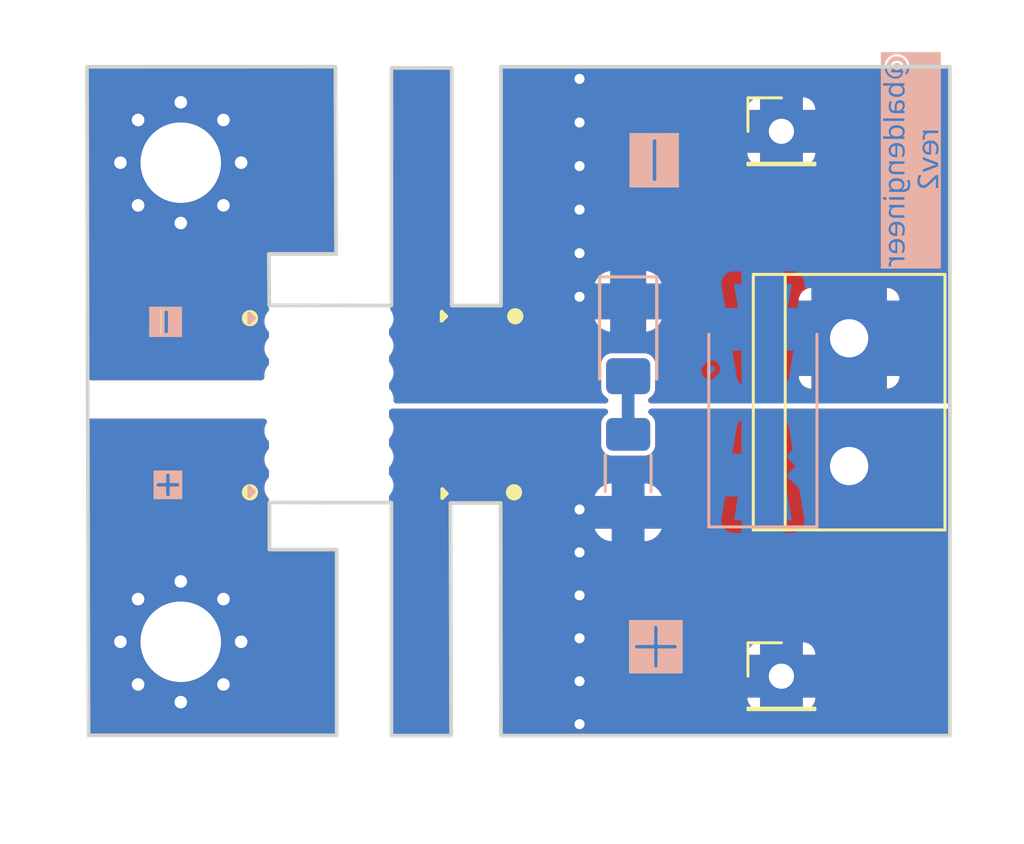
<source format=kicad_pcb>
(kicad_pcb (version 20240108) (generator "pcbnew") (generator_version "8.0")
  (title_block (title "Banana to Screw Terminal") (date "2024-04-06") (rev "2") (company "@baldengineer"))
  (layers (0 "F.Cu" signal) (31 "B.Cu" signal) (34 "B.Paste" user) (35 "F.Paste" user) (36 "B.SilkS" user "B.Silkscreen") (37 "F.SilkS" user "F.Silkscreen") (38 "B.Mask" user) (39 "F.Mask" user) (44 "Edge.Cuts" user))
  (net 0 "")
  (net 1 "GND")
  (net 2 "/Positive")
  (net 3 "Net-(D1-A)")
  (net 4 "Net-(D2-A)")
  (footprint "" (layer "F.Cu") (at 136.89 96.122884)
    (property "Reference" "" (at 0 0 0) (layer "F.SilkS") (effects (font (size 1.27 1.27))))
    (property "Value" "" (at 0 0 0) (layer "F.SilkS") (effects (font (size 1.27 1.27))))
    (pad "" np_thru_hole circle (at 0 0) (size 0.635 0.635) (drill 0.635) (layers "F&B.Cu" "*.Mask"))
  )
  (footprint "My Libraries:25mil_Hole" (layer "F.Cu") (at 133.018494 99.55)
    (property "Reference" "REF**" (hide yes))
    (property "Value" "25mil_Hole")
    (pad "" np_thru_hole circle (at -0.127 -0.2032) (size 0.635 0.635) (drill 0.635) (layers "F&B.Cu" "*.Mask"))
  )
  (footprint "Connector_PinHeader_2.54mm:PinHeader_1x01_P2.54mm_Vertical" (layer "F.Cu") (at 152.8826 88.6714)
    (property "Reference" "J3" (hide yes))
    (property "Value" "Negative")
    (fp_line (start -1.33 -1.33) (end 0 -1.33) (stroke (width 0.12)) (layer "F.SilkS"))
    (fp_line (start -1.33 0) (end -1.33 -1.33) (stroke (width 0.12)) (layer "F.SilkS"))
    (fp_line (start -1.33 1.27) (end -1.33 1.33) (stroke (width 0.12)) (layer "F.SilkS"))
    (fp_line (start -1.33 1.27) (end 1.33 1.27) (stroke (width 0.12)) (layer "F.SilkS"))
    (fp_line (start -1.33 1.33) (end 1.33 1.33) (stroke (width 0.12)) (layer "F.SilkS"))
    (fp_line (start 1.33 1.27) (end 1.33 1.33) (stroke (width 0.12)) (layer "F.SilkS"))
    (pad "1" thru_hole rect (at 0 0) (size 1.7 1.7) (drill 1) (layers "*.Cu" "*.Mask") (net 1 "GND"))
  )
  (footprint "My Libraries:25mil_Hole" (layer "F.Cu") (at 133.018494 103.056308)
    (property "Reference" "REF**" (hide yes))
    (property "Value" "25mil_Hole")
    (pad "" np_thru_hole circle (at -0.127 -0.2032) (size 0.635 0.635) (drill 0.635) (layers "F&B.Cu" "*.Mask"))
  )
  (footprint "MountingHole:MountingHole_3.2mm_M3_Pad_Via" (layer "F.Cu") (at 129.000138 108.96825)
    (property "Reference" "H1" (hide yes))
    (property "Value" "Positive")
    (pad "1" thru_hole circle (at -2.4 0) (size 0.8 0.8) (drill 0.5) (layers "*.Cu" "*.Mask") (net 2 "/Positive"))
    (pad "1" thru_hole circle (at -1.697056 -1.697056) (size 0.8 0.8) (drill 0.5) (layers "*.Cu" "*.Mask") (net 2 "/Positive"))
    (pad "1" thru_hole circle (at -1.697056 1.697056) (size 0.8 0.8) (drill 0.5) (layers "*.Cu" "*.Mask") (net 2 "/Positive"))
    (pad "1" thru_hole circle (at 0 -2.4) (size 0.8 0.8) (drill 0.5) (layers "*.Cu" "*.Mask") (net 2 "/Positive"))
    (pad "1" thru_hole circle (at 0 0) (size 6.4 6.4) (drill 3.2) (layers "*.Cu" "*.Mask") (net 2 "/Positive"))
    (pad "1" thru_hole circle (at 0 2.4) (size 0.8 0.8) (drill 0.5) (layers "*.Cu" "*.Mask") (net 2 "/Positive"))
    (pad "1" thru_hole circle (at 1.697056 -1.697056) (size 0.8 0.8) (drill 0.5) (layers "*.Cu" "*.Mask") (net 2 "/Positive"))
    (pad "1" thru_hole circle (at 1.697056 1.697056) (size 0.8 0.8) (drill 0.5) (layers "*.Cu" "*.Mask") (net 2 "/Positive"))
    (pad "1" thru_hole circle (at 2.4 0) (size 0.8 0.8) (drill 0.5) (layers "*.Cu" "*.Mask") (net 2 "/Positive"))
  )
  (footprint "My Libraries:25mil_Hole" (layer "F.Cu") (at 133.018494 96.43124)
    (property "Reference" "REF**" (hide yes))
    (property "Value" "25mil_Hole")
    (pad "" np_thru_hole circle (at -0.127 -0.2032) (size 0.635 0.635) (drill 0.635) (layers "F&B.Cu" "*.Mask"))
  )
  (footprint "My Libraries:25mil_Hole" (layer "F.Cu") (at 128.427 99.4932)
    (property "Reference" "REF**" (hide yes))
    (property "Value" "25mil_Hole")
    (pad "" np_thru_hole circle (at -0.127 -0.2032) (size 0.635 0.635) (drill 0.635) (layers "F&B.Cu" "*.Mask"))
  )
  (footprint "My Libraries:25mil_Hole" (layer "F.Cu") (at 127.265494 99.4932)
    (property "Reference" "REF**" (hide yes))
    (property "Value" "25mil_Hole")
    (pad "" np_thru_hole circle (at -0.127 -0.2032) (size 0.635 0.635) (drill 0.635) (layers "F&B.Cu" "*.Mask"))
  )
  (footprint "My Libraries:25mil_Hole" (layer "F.Cu") (at 129.588506 99.4932)
    (property "Reference" "REF**" (hide yes))
    (property "Value" "25mil_Hole")
    (pad "" np_thru_hole circle (at -0.127 -0.2032) (size 0.635 0.635) (drill 0.635) (layers "F&B.Cu" "*.Mask"))
  )
  (footprint "Connector_PinHeader_2.54mm:PinHeader_1x01_P2.54mm_Vertical" (layer "F.Cu") (at 152.8826 110.3376)
    (property "Reference" "J2" (hide yes))
    (property "Value" "Positive")
    (fp_line (start -1.33 -1.33) (end 0 -1.33) (stroke (width 0.12)) (layer "F.SilkS"))
    (fp_line (start -1.33 0) (end -1.33 -1.33) (stroke (width 0.12)) (layer "F.SilkS"))
    (fp_line (start -1.33 1.27) (end -1.33 1.33) (stroke (width 0.12)) (layer "F.SilkS"))
    (fp_line (start -1.33 1.27) (end 1.33 1.27) (stroke (width 0.12)) (layer "F.SilkS"))
    (fp_line (start -1.33 1.33) (end 1.33 1.33) (stroke (width 0.12)) (layer "F.SilkS"))
    (fp_line (start 1.33 1.27) (end 1.33 1.33) (stroke (width 0.12)) (layer "F.SilkS"))
    (pad "1" thru_hole rect (at 0 0) (size 1.7 1.7) (drill 1) (layers "*.Cu" "*.Mask") (net 2 "/Positive"))
  )
  (footprint "My Libraries:25mil_Hole" (layer "F.Cu") (at 130.750012 99.4932)
    (property "Reference" "REF**" (hide yes))
    (property "Value" "25mil_Hole")
    (pad "" np_thru_hole circle (at -0.127 -0.2032) (size 0.635 0.635) (drill 0.635) (layers "F&B.Cu" "*.Mask"))
  )
  (footprint "Resistor_SMD:R_1206_3216Metric_Pad1.30x1.75mm_HandSolder" (layer "F.Cu") (at 146.79 102.27 90)
    (property "Reference" "R1" (hide yes))
    (property "Value" "1k")
    (fp_line (start -0.727064 -0.91) (end 0.727064 -0.91) (stroke (width 0.12)) (layer "F.SilkS"))
    (fp_line (start -0.727064 0.91) (end 0.727064 0.91) (stroke (width 0.12)) (layer "F.SilkS"))
    (pad "1" smd roundrect (at -1.55 0 90) (size 1.3 1.75) (layers "F.Cu" "F.Paste" "F.Mask") (roundrect_rratio 0.192308) (net 2 "/Positive"))
    (pad "2" smd roundrect (at 1.55 0 90) (size 1.3 1.75) (layers "F.Cu" "F.Paste" "F.Mask") (roundrect_rratio 0.192308) (net 3 "Net-(D1-A)"))
  )
  (footprint "My Libraries:25mil_Hole" (layer "F.Cu") (at 133.018494 100.783356)
    (property "Reference" "REF**" (hide yes))
    (property "Value" "25mil_Hole")
    (pad "" np_thru_hole circle (at -0.127 -0.2032) (size 0.635 0.635) (drill 0.635) (layers "F&B.Cu" "*.Mask"))
  )
  (footprint "My Libraries:25mil_Hole" (layer "F.Cu") (at 131.911518 99.4932)
    (property "Reference" "REF**" (hide yes))
    (property "Value" "25mil_Hole")
    (pad "" np_thru_hole circle (at -0.127 -0.2032) (size 0.635 0.635) (drill 0.635) (layers "F&B.Cu" "*.Mask"))
  )
  (footprint "" (layer "F.Cu") (at 136.89 102.747952)
    (property "Reference" "" (at 0 0 0) (layer "F.SilkS") (effects (font (size 1.27 1.27))))
    (property "Value" "" (at 0 0 0) (layer "F.SilkS") (effects (font (size 1.27 1.27))))
    (pad "" np_thru_hole circle (at 0 0) (size 0.635 0.635) (drill 0.635) (layers "F&B.Cu" "*.Mask"))
  )
  (footprint "My Libraries:25mil_Hole" (layer "F.Cu") (at 126.103988 99.4932)
    (property "Reference" "REF**" (hide yes))
    (property "Value" "25mil_Hole")
    (pad "" np_thru_hole circle (at -0.127 -0.2032) (size 0.635 0.635) (drill 0.635) (layers "F&B.Cu" "*.Mask"))
  )
  (footprint "MountingHole:MountingHole_3.2mm_M3_Pad_Via" (layer "F.Cu") (at 129.000138 89.91825)
    (property "Reference" "H2" (hide yes))
    (property "Value" "Negative")
    (pad "1" thru_hole circle (at -2.4 0) (size 0.8 0.8) (drill 0.5) (layers "*.Cu" "*.Mask") (net 1 "GND"))
    (pad "1" thru_hole circle (at -1.697056 -1.697056) (size 0.8 0.8) (drill 0.5) (layers "*.Cu" "*.Mask") (net 1 "GND"))
    (pad "1" thru_hole circle (at -1.697056 1.697056) (size 0.8 0.8) (drill 0.5) (layers "*.Cu" "*.Mask") (net 1 "GND"))
    (pad "1" thru_hole circle (at 0 -2.4) (size 0.8 0.8) (drill 0.5) (layers "*.Cu" "*.Mask") (net 1 "GND"))
    (pad "1" thru_hole circle (at 0 0) (size 6.4 6.4) (drill 3.2) (layers "*.Cu" "*.Mask") (net 1 "GND"))
    (pad "1" thru_hole circle (at 0 2.4) (size 0.8 0.8) (drill 0.5) (layers "*.Cu" "*.Mask") (net 1 "GND"))
    (pad "1" thru_hole circle (at 1.697056 -1.697056) (size 0.8 0.8) (drill 0.5) (layers "*.Cu" "*.Mask") (net 1 "GND"))
    (pad "1" thru_hole circle (at 1.697056 1.697056) (size 0.8 0.8) (drill 0.5) (layers "*.Cu" "*.Mask") (net 1 "GND"))
    (pad "1" thru_hole circle (at 2.4 0) (size 0.8 0.8) (drill 0.5) (layers "*.Cu" "*.Mask") (net 1 "GND"))
  )
  (footprint "" (layer "F.Cu") (at 136.89 97.194764)
    (property "Reference" "" (at 0 0 0) (layer "F.SilkS") (effects (font (size 1.27 1.27))))
    (property "Value" "" (at 0 0 0) (layer "F.SilkS") (effects (font (size 1.27 1.27))))
    (pad "" np_thru_hole circle (at 0 0) (size 0.635 0.635) (drill 0.635) (layers "F&B.Cu" "*.Mask"))
  )
  (footprint "My Libraries:25mil_Hole" (layer "F.Cu") (at 133.018494 97.50312)
    (property "Reference" "REF**" (hide yes))
    (property "Value" "25mil_Hole")
    (pad "" np_thru_hole circle (at -0.127 -0.2032) (size 0.635 0.635) (drill 0.635) (layers "F&B.Cu" "*.Mask"))
  )
  (footprint "TerminalBlock:TerminalBlock_bornier-2_P5.08mm" (layer "F.Cu") (at 155.575 96.901 -90)
    (property "Reference" "J1" (hide yes))
    (property "Value" "Screw_Terminal_01x02")
    (fp_line (start -2.54 3.81) (end 7.62 3.81) (stroke (width 0.12)) (layer "F.SilkS"))
    (fp_line (start 7.62 3.81) (end 7.62 -3.81) (stroke (width 0.12)) (layer "F.SilkS"))
    (fp_line (start 7.62 2.54) (end -2.54 2.54) (stroke (width 0.12)) (layer "F.SilkS"))
    (fp_line (start -2.54 -3.81) (end -2.54 3.81) (stroke (width 0.12)) (layer "F.SilkS"))
    (fp_line (start 7.62 -3.81) (end -2.54 -3.81) (stroke (width 0.12)) (layer "F.SilkS"))
    (pad "1" thru_hole rect (at 0 0 270) (size 3 3) (drill 1.52) (layers "*.Cu" "*.Mask") (net 1 "GND"))
    (pad "2" thru_hole circle (at 5.08 0 270) (size 3 3) (drill 1.52) (layers "*.Cu" "*.Mask") (net 2 "/Positive"))
  )
  (footprint "" (layer "F.Cu") (at 136.89 99.313124)
    (property "Reference" "" (at 0 0 0) (layer "F.SilkS") (effects (font (size 1.27 1.27))))
    (property "Value" "" (at 0 0 0) (layer "F.SilkS") (effects (font (size 1.27 1.27))))
    (pad "" np_thru_hole circle (at 0 0) (size 0.635 0.635) (drill 0.635) (layers "F&B.Cu" "*.Mask"))
  )
  (footprint "" (layer "F.Cu") (at 136.89 101.611476)
    (property "Reference" "" (at 0 0 0) (layer "F.SilkS") (effects (font (size 1.27 1.27))))
    (property "Value" "" (at 0 0 0) (layer "F.SilkS") (effects (font (size 1.27 1.27))))
    (pad "" np_thru_hole circle (at 0 0) (size 0.635 0.635) (drill 0.635) (layers "F&B.Cu" "*.Mask"))
  )
  (footprint "My Libraries:25mil_Hole" (layer "F.Cu") (at 133.018494 101.919832)
    (property "Reference" "REF**" (hide yes))
    (property "Value" "25mil_Hole")
    (pad "" np_thru_hole circle (at -0.127 -0.2032) (size 0.635 0.635) (drill 0.635) (layers "F&B.Cu" "*.Mask"))
  )
  (footprint "" (layer "F.Cu") (at 136.89 98.266644)
    (property "Reference" "" (at 0 0 0) (layer "F.SilkS") (effects (font (size 1.27 1.27))))
    (property "Value" "" (at 0 0 0) (layer "F.SilkS") (effects (font (size 1.27 1.27))))
    (pad "" np_thru_hole circle (at 0 0) (size 0.635 0.635) (drill 0.635) (layers "F&B.Cu" "*.Mask"))
  )
  (footprint "My Libraries:25mil_Hole" (layer "F.Cu") (at 133.018494 98.575)
    (property "Reference" "REF**" (hide yes))
    (property "Value" "25mil_Hole")
    (pad "" np_thru_hole circle (at -0.127 -0.2032) (size 0.635 0.635) (drill 0.635) (layers "F&B.Cu" "*.Mask"))
  )
  (footprint "" (layer "F.Cu") (at 136.89 100.475)
    (property "Reference" "" (at 0 0 0) (layer "F.SilkS") (effects (font (size 1.27 1.27))))
    (property "Value" "" (at 0 0 0) (layer "F.SilkS") (effects (font (size 1.27 1.27))))
    (pad "" np_thru_hole circle (at 0 0) (size 0.635 0.635) (drill 0.635) (layers "F&B.Cu" "*.Mask"))
  )
  (footprint "LED_SMD:LED_1206_3216Metric_Pad1.42x1.75mm_HandSolder" (layer "F.Cu") (at 146.79 96.92 -90)
    (property "Reference" "D1" (hide yes))
    (property "Value" "Green")
    (fp_line (start -2.46 1.135) (end 1.6 1.135) (stroke (width 0.12)) (layer "F.SilkS"))
    (fp_line (start -2.46 -1.135) (end -2.46 1.135) (stroke (width 0.12)) (layer "F.SilkS"))
    (fp_line (start 1.6 -1.135) (end -2.46 -1.135) (stroke (width 0.12)) (layer "F.SilkS"))
    (pad "1" smd roundrect (at -1.4875 0 270) (size 1.425 1.75) (layers "F.Cu" "F.Paste" "F.Mask") (roundrect_rratio 0.175439) (net 1 "GND"))
    (pad "2" smd roundrect (at 1.4875 0 270) (size 1.425 1.75) (layers "F.Cu" "F.Paste" "F.Mask") (roundrect_rratio 0.175439) (net 3 "Net-(D1-A)"))
  )
  (footprint "Resistor_SMD:R_1206_3216Metric_Pad1.30x1.75mm_HandSolder" (layer "B.Cu") (at 146.79 102.27 90)
    (property "Reference" "R2" (hide yes))
    (property "Value" "1k")
    (fp_line (start 0.727064 -0.91) (end -0.727064 -0.91) (stroke (width 0.12)) (layer "B.SilkS"))
    (fp_line (start 0.727064 0.91) (end -0.727064 0.91) (stroke (width 0.12)) (layer "B.SilkS"))
    (pad "1" smd roundrect (at -1.55 0 90) (size 1.3 1.75) (layers "B.Cu" "B.Paste" "B.Mask") (roundrect_rratio 0.192308) (net 2 "/Positive"))
    (pad "2" smd roundrect (at 1.55 0 90) (size 1.3 1.75) (layers "B.Cu" "B.Paste" "B.Mask") (roundrect_rratio 0.192308) (net 4 "Net-(D2-A)"))
  )
  (footprint "Diode_SMD:D_SMA-SMB_Universal_Handsoldering" (layer "B.Cu") (at 152.146 99.441 90)
    (property "Reference" "D3" (hide yes))
    (property "Value" "SMBJ6.0A")
    (fp_line (start 2.7 -2.15) (end -4.96 -2.15) (stroke (width 0.12)) (layer "B.SilkS"))
    (fp_line (start -4.96 -2.15) (end -4.96 2.15) (stroke (width 0.12)) (layer "B.SilkS"))
    (fp_line (start 2.7 2.15) (end -4.96 2.15) (stroke (width 0.12)) (layer "B.SilkS"))
    (pad "1" smd trapezoid (at -2.9 0 90) (size 3.6 1.7) (rect_delta 0.6 0) (layers "B.Cu" "B.Paste" "B.Mask") (net 2 "/Positive"))
    (pad "2" smd trapezoid (at 2.9 0 270) (size 3.6 1.7) (rect_delta 0.6 0) (layers "B.Cu" "B.Paste" "B.Mask") (net 1 "GND"))
  )
  (footprint "LED_SMD:LED_1206_3216Metric_Pad1.42x1.75mm_HandSolder" (layer "B.Cu") (at 146.79 96.92 -90)
    (property "Reference" "D2" (hide yes))
    (property "Value" "Green")
    (fp_line (start -2.46 1.135) (end 1.6 1.135) (stroke (width 0.12)) (layer "B.SilkS"))
    (fp_line (start -2.46 -1.135) (end -2.46 1.135) (stroke (width 0.12)) (layer "B.SilkS"))
    (fp_line (start 1.6 -1.135) (end -2.46 -1.135) (stroke (width 0.12)) (layer "B.SilkS"))
    (pad "1" smd roundrect (at -1.4875 0 270) (size 1.425 1.75) (layers "B.Cu" "B.Paste" "B.Mask") (roundrect_rratio 0.175439) (net 1 "GND"))
    (pad "2" smd roundrect (at 1.4875 0 270) (size 1.425 1.75) (layers "B.Cu" "B.Paste" "B.Mask") (roundrect_rratio 0.175439) (net 4 "Net-(D2-A)"))
  )
  (gr_rect (start 127.75 95.65) (end 129.05 95.75) (fill solid) (layer "B.SilkS"))
  (gr_rect (start 127.75 96.75) (end 129.05 96.85) (fill solid) (layer "B.SilkS"))
  (gr_line (start 131.725 95.925) (end 131.725 96.275) (stroke (width 0.15)) (layer "B.SilkS"))
  (gr_line (start 131.725 95.95) (end 131.725 95.925) (stroke (width 0.15)) (layer "B.SilkS"))
  (gr_line (start 131.725 103.175) (end 131.9 103) (stroke (width 0.15)) (layer "B.SilkS"))
  (gr_line (start 131.725 96.275) (end 131.9 96.1) (stroke (width 0.15)) (layer "B.SilkS"))
  (gr_line (start 131.725 95.925) (end 131.9 96.1) (stroke (width 0.15)) (layer "B.SilkS"))
  (gr_line (start 131.725 102.825) (end 131.725 103.175) (stroke (width 0.15)) (layer "B.SilkS"))
  (gr_rect (start 127.75 95.675) (end 128.2 96.825) (fill solid) (layer "B.SilkS"))
  (gr_rect (start 146.85 88.75) (end 147.55 90.9) (fill solid) (layer "B.SilkS"))
  (gr_rect (start 128.55 95.675) (end 129.05 96.825) (fill solid) (layer "B.SilkS"))
  (gr_line (start 131.725 102.85) (end 131.725 102.825) (stroke (width 0.15)) (layer "B.SilkS"))
  (gr_rect (start 148.1 88.75) (end 148.8 90.9) (fill solid) (layer "B.SilkS"))
  (gr_rect (start 146.85 90.7) (end 148.75 90.9) (fill solid) (layer "B.SilkS"))
  (gr_rect (start 146.85 88.75) (end 148.75 88.95) (fill solid) (layer "B.SilkS"))
  (gr_line (start 131.725 102.825) (end 131.9 103) (stroke (width 0.15)) (layer "B.SilkS"))
  (gr_rect (start 128.6 95.675) (end 129.05 96.825) (fill solid) (layer "F.SilkS"))
  (gr_rect (start 146.9 90.7) (end 148.8 90.9) (fill solid) (layer "F.SilkS"))
  (gr_rect (start 127.75 95.65) (end 129.05 95.75) (fill solid) (layer "F.SilkS"))
  (gr_rect (start 127.75 95.675) (end 128.25 96.825) (fill solid) (layer "F.SilkS"))
  (gr_line (start 139.575 103.075) (end 139.4 103.25) (stroke (width 0.15)) (layer "F.SilkS"))
  (gr_circle (center 131.75 96.1) (end 131.997487 96.1) (stroke (width 0.15)) (fill solid) (layer "F.SilkS"))
  (gr_rect (start 127.75 96.75) (end 129.05 96.85) (fill solid) (layer "F.SilkS"))
  (gr_circle (center 131.75 103.025) (end 131.997487 103.025) (stroke (width 0.15)) (fill solid) (layer "F.SilkS"))
  (gr_circle (center 142.3 96.025) (end 142.547487 96.025) (stroke (width 0.15)) (fill solid) (layer "F.SilkS"))
  (gr_line (start 139.375 95.85) (end 139.375 96.2) (stroke (width 0.15)) (layer "F.SilkS"))
  (gr_rect (start 146.9 88.75) (end 148.8 88.95) (fill solid) (layer "F.SilkS"))
  (gr_line (start 139.575 103.075) (end 139.4 102.9) (stroke (width 0.15)) (layer "F.SilkS"))
  (gr_circle (center 142.25 103.025) (end 142.497487 103.025) (stroke (width 0.15)) (fill solid) (layer "F.SilkS"))
  (gr_rect (start 148.1 88.75) (end 148.8 90.9) (fill solid) (layer "F.SilkS"))
  (gr_line (start 139.4 103.25) (end 139.4 103.225) (stroke (width 0.15)) (layer "F.SilkS"))
  (gr_line (start 139.55 96.025) (end 139.375 95.85) (stroke (width 0.15)) (layer "F.SilkS"))
  (gr_rect (start 146.85 88.75) (end 147.55 90.9) (fill solid) (layer "F.SilkS"))
  (gr_line (start 139.4 102.9) (end 139.4 103.25) (stroke (width 0.15)) (layer "F.SilkS"))
  (gr_line (start 139.55 96.025) (end 139.375 96.2) (stroke (width 0.15)) (layer "F.SilkS"))
  (gr_line (start 139.375 96.2) (end 139.375 96.175) (stroke (width 0.15)) (layer "F.SilkS"))
  (gr_poly (pts (xy 125.2702 86.106) (xy 135.15 86.1) (xy 135.175 93.5482) (xy 132.5 93.5482) (xy 132.517627 95.590973) (xy 137.375 95.6) (xy 137.373381 86.149359) (xy 139.775 86.15) (xy 139.775012 94.8) (xy 139.775 95.6) (xy 141.732 95.6) (xy 141.732 86.106) (xy 159.581 86.106) (xy 159.581 112.6998) (xy 141.732 112.6998) (xy 141.720678 103.45) (xy 139.725 103.45) (xy 139.75 112.7) (xy 137.375 112.7) (xy 137.375709 103.4326) (xy 135.12 103.4326) (xy 132.525 103.425) (xy 132.525 105.3) (xy 135.2 105.3) (xy 135.2 112.689823) (xy 125.331349 112.689451)) (stroke (width 0.15)) (fill none) (layer "Edge.Cuts"))
  (gr_text "+" (at 149.237695 110.172505 0) (layer "B.SilkS" knockout) (effects (font (size 2 2)) (justify left bottom mirror)))
  (gr_text "-" (at 146.8246 91.1606 -90) (layer "B.SilkS" knockout) (effects (font (size 2 2)) (justify left bottom mirror)))
  (gr_text "@baldengineer\nrev2" (at 158.115 89.789 90) (layer "B.SilkS" knockout) (effects (font (size 0.8 0.8)) (justify mirror)))
  (gr_text "-" (at 128.4895 96.25 -90) (layer "B.SilkS" knockout) (effects (font (size 1 1)) (justify mirror)))
  (gr_text "+" (at 128.4895 102.65 0) (layer "B.SilkS" knockout) (effects (font (size 1 1)) (justify mirror)))
  (gr_text "+" (at 128.4895 102.656775 0) (layer "F.SilkS" knockout) (effects (font (size 1 1))))
  (gr_text "-" (at 148.85 91.15 90) (layer "F.SilkS" knockout) (effects (font (size 2 2)) (justify left bottom)))
  (gr_text "+" (at 146.55 110.1789 0) (layer "F.SilkS" knockout) (effects (font (size 2 2)) (justify left bottom)))
  (gr_text "-" (at 128.35 96.25 90) (layer "F.SilkS" knockout) (effects (font (size 1 1))))
  (segment (start 150.114 98.116) (end 150.03 98.2) (width 0.25) (layer "B.Cu") (net 0))
  (segment (start 138.5 88.45) (end 138.5 91.25) (width 0.25) (layer "F.Cu") (net 1))
  (via (at 144.8562 86.5886) (size 0.8) (drill 0.4) (layers "F.Cu" "B.Cu") (net 1))
  (via (at 144.8562 95.25) (size 0.8) (drill 0.4) (layers "F.Cu" "B.Cu") (net 1))
  (via (at 144.8562 88.32088) (size 0.8) (drill 0.4) (layers "F.Cu" "B.Cu") (net 1))
  (via (at 144.8562 90.05316) (size 0.8) (drill 0.4) (layers "F.Cu" "B.Cu") (net 1))
  (via (at 144.8562 91.78544) (size 0.8) (drill 0.4) (layers "F.Cu" "B.Cu") (net 1))
  (via (at 144.8562 93.51772) (size 0.8) (drill 0.4) (layers "F.Cu" "B.Cu") (net 1))
  (segment (start 138.5 88.475) (end 138.5 91.275) (width 0.25) (layer "B.Cu") (net 1))
  (via (at 144.8562 110.53572) (size 0.8) (drill 0.4) (layers "F.Cu" "B.Cu") (net 2))
  (via (at 144.8562 105.41508) (size 0.8) (drill 0.4) (layers "F.Cu" "B.Cu") (net 2))
  (via (at 144.8562 107.12196) (size 0.8) (drill 0.4) (layers "F.Cu" "B.Cu") (net 2))
  (via (at 144.8562 103.7082) (size 0.8) (drill 0.4) (layers "F.Cu" "B.Cu") (net 2))
  (via (at 144.8562 108.82884) (size 0.8) (drill 0.4) (layers "F.Cu" "B.Cu") (net 2))
  (via (at 144.8562 112.2426) (size 0.8) (drill 0.4) (layers "F.Cu" "B.Cu") (net 2))
  (segment (start 146.79 98.4075) (end 146.79 100.72) (width 0.5) (layer "F.Cu") (net 3))
  (segment (start 146.79 98.4075) (end 146.79 100.72) (width 0.5) (layer "B.Cu") (net 4))
  (zone (net 2) (net_name "/Positive") (layers "F&B.Cu") (priority 1) (connect_pads yes (clearance 0)) (min_thickness 0.25) (fill yes (thermal_gap 0.5) (thermal_bridge_width 0.5) (island_removal_mode 1) (island_area_min 10))
    (polygon (pts (xy 124.55 116.55) (xy 124.55 105.8) (xy 125.575 104.775) (xy 132 104.775) (xy 133.225 106) (xy 133.225 113.675) (xy 130.975 115.925) (xy 124.875 115.925) (xy 124.875 116.225)))
  )
  (zone (net 1) (net_name "GND") (layers "F&B.Cu") (connect_pads yes (clearance 0)) (min_thickness 0.25) (fill yes (thermal_gap 0.5) (thermal_bridge_width 0.5) (island_removal_mode 1) (island_area_min 10))
    (polygon (pts (xy 125.1 83.475) (xy 133.325 83.475) (xy 133.325 92.575) (xy 131.875 94.025) (xy 125.125 94.025) (xy 124.9 94.25) (xy 124.45 93.8) (xy 124.45 83.925) (xy 124.925 83.45) (xy 125.125 83.45)))
  )
  (zone (net 2) (net_name "/Positive") (layers "F&B.Cu") (priority 1) (connect_pads (clearance 0)) (min_thickness 0.25) (fill yes (thermal_gap 0.5) (thermal_bridge_width 3) (island_removal_mode 1) (island_area_min 10))
    (polygon (pts (xy 162.55 114.675) (xy 162.55 99.8) (xy 162.45 99.7) (xy 122.5 99.7) (xy 122.5 113.725) (xy 123.45 114.675)))
  )
  (zone (net 1) (net_name "GND") (layers "F&B.Cu") (connect_pads (clearance 0)) (min_thickness 0.25) (fill yes (thermal_gap 0.5) (thermal_bridge_width 5) (island_removal_mode 1) (island_area_min 10))
    (polygon (pts (xy 123.55 84.85) (xy 160 84.85) (xy 160.8 85.65) (xy 160.8 99.5) (xy 123.975 99.5) (xy 122.8 98.325) (xy 122.8 85.6) (xy 123.5 84.9)))
  )
  (zone (net 0) (net_name "") (layers "F&B.Cu" "User.5") (connect_pads (clearance 0)) (min_thickness 0.254)
    (keepout (tracks not_allowed) (vias not_allowed) (pads allowed) (copperpour not_allowed) (footprints allowed))
    (fill (thermal_gap 0.254) (thermal_bridge_width 1.016) (island_removal_mode 2) (island_area_min 10))
    (polygon (pts (xy 132.50788 95.55705) (xy 137.28308 95.55705) (xy 137.28308 103.40565) (xy 132.50788 103.40565)))
  )
  (zone (net 0) (net_name "") (layers "F&B.Cu" "User.5") (connect_pads (clearance 0)) (min_thickness 0.254)
    (keepout (tracks not_allowed) (vias not_allowed) (pads allowed) (copperpour not_allowed) (footprints allowed))
    (fill (thermal_gap 0.254) (thermal_bridge_width 1.016) (island_removal_mode 2) (island_area_min 10))
    (polygon (pts (xy 125.118644 98.56965) (xy 136.096644 98.56965) (xy 136.096644 99.83965) (xy 136.096644 100.09365) (xy 125.118644 100.09365)))
  )
)
</source>
